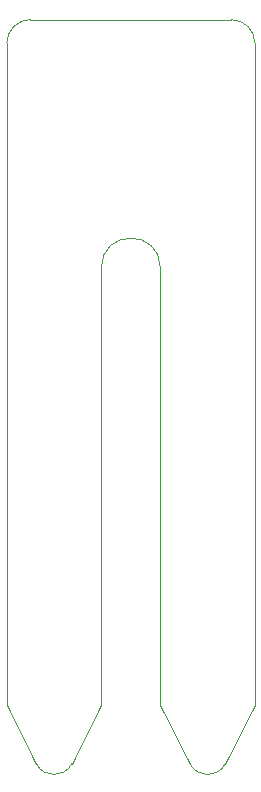
<source format=gbr>
G04 #@! TF.FileFunction,Profile,NP*
%FSLAX46Y46*%
G04 Gerber Fmt 4.6, Leading zero omitted, Abs format (unit mm)*
G04 Created by KiCad (PCBNEW (2015-01-16 BZR 5376)-product) date 16/06/2015 17:16:53*
%MOMM*%
G01*
G04 APERTURE LIST*
%ADD10C,0.100000*%
G04 APERTURE END LIST*
D10*
X-17536552Y1561933D02*
X-536552Y1561933D01*
X-11536552Y-19438067D02*
G75*
G02X-6536552Y-19438067I2500000J0D01*
G01*
X-6536552Y-56438067D02*
X-6536552Y-19438067D01*
X-11536552Y-56438067D02*
X-11536552Y-19438067D01*
X-536552Y1561933D02*
G75*
G02X1463448Y-438067I0J-2000000D01*
G01*
X-19536552Y-438067D02*
G75*
G02X-17536552Y1561933I2000000J0D01*
G01*
X-17536552Y1561933D02*
X-17536552Y1561933D01*
X-1036552Y-61438067D02*
G75*
G02X-4036552Y-61438067I-1500000J750000D01*
G01*
X-14036552Y-61438067D02*
G75*
G02X-17036552Y-61438067I-1500000J750000D01*
G01*
X1463448Y-56438067D02*
X1463448Y-438067D01*
X1463448Y-56438067D02*
X-1036552Y-61438067D01*
X-4036552Y-61438067D02*
X-6536552Y-56438067D01*
X-11536552Y-56438067D02*
X-14036552Y-61438067D01*
X-19536552Y-56438067D02*
X-17036552Y-61438067D01*
X-19536552Y-438067D02*
X-19536552Y-56438067D01*
M02*

</source>
